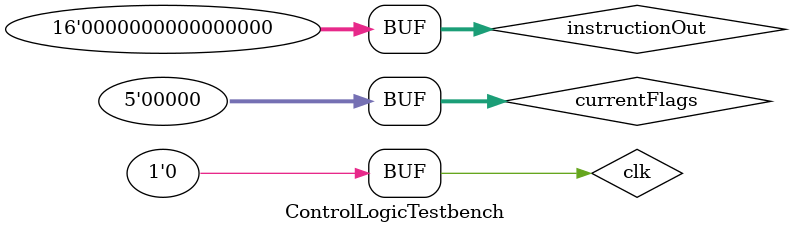
<source format=v>

`timescale 1ns / 1ps

module ControlLogicTestbench;

    reg clk;
    reg [15:0] instructionOut;
    reg [4:0] currentFlags;
    wire programCounterCountUp;
    wire programCounterJump;
    wire loadInstruction;
    wire loadMemoryAddress;
    wire StackCountUp;
    wire StackCountDown;
    wire RegFileWriteEnable;
    wire [2:0] RegFileWriteAddress;
    wire [2:0] ReadAddressA;
    wire [2:0] ReadAddressB;
    wire [4:0] functionSelect;
    wire [4:0] overwriteFlagsMask;
    wire [4:0] setFlagBits;
    wire RAMWriteRead;
    wire [2:0] busDrive;

    ControlLogic uut(

        .clk(clk),
        .instructionOut(instructionOut),
        .currentFlags(currentFlags),
        .programCounterCountUp(programCounterCountUp),
        .programCounterJump(programCounterJump),
        .loadInstruction(loadInstruction),
        .loadMemoryAddress(loadMemoryAddress),
        .StackCountUp(StackCountUp),
        .StackCountDown(StackCountDown),
        .RegFileWriteEnable(RegFileWriteEnable),
        .RegFileWriteAddress(RegFileWriteAddress),
        .ReadAddressA(ReadAddressA),
        .ReadAddressB(ReadAddressB),
        .functionSelect(functionSelect),
        .overwriteFlagsMask(overwriteFlagsMask),
        .setFlagBits(setFlagBits),
        .RAMWriteRead(RAMWriteRead),
        .busDrive(busDrive)

    );

    initial begin

        currentFlags = 0; instructionOut = 0; clk = 0;
        #10 clk = 1; #10 clk = 0;
        #10 clk = 1; #10 clk = 0;
        #10 clk = 1; #10 clk = 0;
        #10 clk = 1; #10 clk = 0;
        #10 clk = 1; #10 clk = 0;
        #10 clk = 1; #10 clk = 0;
        #10 clk = 1; #10 clk = 0;
        #10 clk = 1; #10 clk = 0;
        #10 clk = 1; #10 clk = 0;
        #10 clk = 1; #10 clk = 0;
        #10 clk = 1; #10 clk = 0;
        #10 clk = 1; #10 clk = 0;

    end


endmodule

</source>
